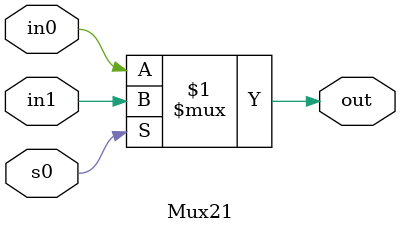
<source format=v>
module Mux21 (input in0, in1, s0, output out);

assign out = s0 ? in1 : in0;

endmodule
</source>
